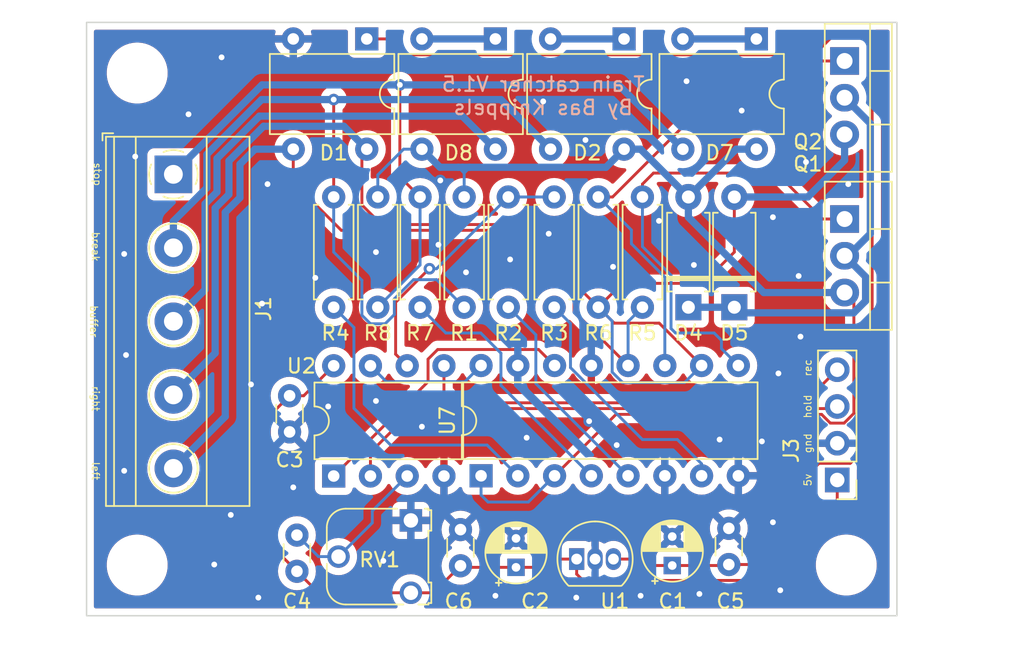
<source format=kicad_pcb>
(kicad_pcb (version 20211014) (generator pcbnew)
  (layers (0 "F.Cu" signal) (31 "B.Cu" signal) (34 "B.Paste" user) (35 "F.Paste" user) (36 "B.SilkS" user "B.Silkscreen") (37 "F.SilkS" user "F.Silkscreen") (38 "B.Mask" user) (39 "F.Mask" user) (44 "Edge.Cuts" user))
  (net 0 "")
  (net 1 "Net-(C1-Pad1)")
  (net 2 "Net-(R3-Pad2)")
  (net 3 "GND")
  (net 4 "Net-(D2-Pad1)")
  (net 5 "Net-(D2-Pad4)")
  (net 6 "+5V")
  (net 7 "Net-(Q1-Pad1)")
  (net 8 "Net-(Q2-Pad1)")
  (net 9 "/breakSpeed")
  (net 10 "/rec")
  (net 11 "/hold")
  (net 12 "/PWM")
  (net 13 "Net-(R4-Pad1)")
  (net 14 "Net-(D7-Pad1)")
  (net 15 "/break")
  (net 16 "/stop")
  (net 17 "/rightMain")
  (net 18 "/breakSection")
  (net 19 "Net-(D4-Pad1)")
  (net 20 "/stopTrack")
  (net 21 "Net-(R2-Pad1)")
  (net 22 "Net-(R7-Pad1)")
  (net 23 "Net-(D8-Pad1)")
  (net 24 "/bufferSection")
  (net 25 "/leftMain")
  (footprint "Diode_THT:Diode_Bridge_DIP-4_W7.62mm_P5.08mm" (layer "F.Cu") (at 118.364 56.642 -90)
    (fp_text reference "D1" (at 7.874 2.286 180) (layer "F.SilkS"))
    (fp_text value "D")
    (pad "1" thru_hole rect locked (at 0 0 270) (size 1.6 1.6) (drill 0.8) (layers *.Cu *.Mask) (net 1 "Net-(C1-Pad1)"))
    (pad "2" thru_hole oval locked (at 0 5.08 270) (size 1.6 1.6) (drill 0.8) (layers *.Cu *.Mask) (net 3 "GND"))
    (pad "3" thru_hole oval locked (at 7.62 5.08 270) (size 1.6 1.6) (drill 0.8) (layers *.Cu *.Mask) (net 25 "/leftMain"))
    (pad "4" thru_hole oval locked (at 7.62 0 270) (size 1.6 1.6) (drill 0.8) (layers *.Cu *.Mask) (net 17 "/rightMain"))
  )
  (footprint "Diode_THT:Diode_Bridge_DIP-4_W7.62mm_P5.08mm" (layer "F.Cu") (at 136.144 56.642 -90)
    (fp_text reference "D2" (at 7.874 2.54) (layer "F.SilkS"))
    (fp_text value "D")
    (pad "1" thru_hole rect locked (at 0 0 270) (size 1.6 1.6) (drill 0.8) (layers *.Cu *.Mask) (net 4 "Net-(D2-Pad1)"))
    (pad "2" thru_hole oval locked (at 0 5.08 270) (size 1.6 1.6) (drill 0.8) (layers *.Cu *.Mask) (net 4 "Net-(D2-Pad1)"))
    (pad "3" thru_hole oval locked (at 7.62 5.08 270) (size 1.6 1.6) (drill 0.8) (layers *.Cu *.Mask) (net 18 "/breakSection"))
    (pad "4" thru_hole oval locked (at 7.62 0 270) (size 1.6 1.6) (drill 0.8) (layers *.Cu *.Mask) (net 5 "Net-(D2-Pad4)"))
  )
  (footprint "Diode_THT:D_A-405_P7.62mm_Horizontal" (layer "F.Cu") (at 140.589 75.184 90)
    (fp_text reference "D4" (at -1.778 0) (layer "F.SilkS"))
    (fp_text value "D_Schottky")
    (pad "1" thru_hole rect locked (at 0 0 90) (size 1.8 1.8) (drill 0.9) (layers *.Cu *.Mask) (net 19 "Net-(D4-Pad1)"))
    (pad "2" thru_hole oval locked (at 7.62 0 90) (size 1.8 1.8) (drill 0.9) (layers *.Cu *.Mask) (net 5 "Net-(D2-Pad4)"))
  )
  (footprint "Diode_THT:D_A-405_P7.62mm_Horizontal" (layer "F.Cu") (at 143.764 75.184 90)
    (fp_text reference "D5" (at -1.778 0 180) (layer "F.SilkS"))
    (fp_text value "D_Schottky")
    (pad "1" thru_hole rect locked (at 0 0 90) (size 1.8 1.8) (drill 0.9) (layers *.Cu *.Mask) (net 19 "Net-(D4-Pad1)"))
    (pad "2" thru_hole oval locked (at 7.62 0 90) (size 1.8 1.8) (drill 0.9) (layers *.Cu *.Mask) (net 17 "/rightMain"))
  )
  (footprint "Resistor_THT:R_Axial_DIN0207_L6.3mm_D2.5mm_P7.62mm_Horizontal" (layer "F.Cu") (at 128.143 75.184 90)
    (fp_text reference "R2" (at -1.778 0 180) (layer "F.SilkS"))
    (fp_text value "R")
    (pad "1" thru_hole circle locked (at 0 0 90) (size 1.6 1.6) (drill 0.8) (layers *.Cu *.Mask) (net 21 "Net-(R2-Pad1)"))
    (pad "2" thru_hole oval locked (at 7.62 0 90) (size 1.6 1.6) (drill 0.8) (layers *.Cu *.Mask) (net 12 "/PWM"))
  )
  (footprint "Resistor_THT:R_Axial_DIN0207_L6.3mm_D2.5mm_P7.62mm_Horizontal" (layer "F.Cu") (at 131.318 67.564 -90)
    (fp_text reference "R3" (at 9.398 0) (layer "F.SilkS"))
    (fp_text value "R")
    (pad "1" thru_hole circle locked (at 0 0 270) (size 1.6 1.6) (drill 0.8) (layers *.Cu *.Mask) (net 12 "/PWM"))
    (pad "2" thru_hole oval locked (at 7.62 0 270) (size 1.6 1.6) (drill 0.8) (layers *.Cu *.Mask) (net 2 "Net-(R3-Pad2)"))
  )
  (footprint "Resistor_THT:R_Axial_DIN0207_L6.3mm_D2.5mm_P7.62mm_Horizontal" (layer "F.Cu") (at 116.078 75.184 90)
    (fp_text reference "R4" (at -1.778 0.127 180) (layer "F.SilkS"))
    (fp_text value "33R")
    (pad "1" thru_hole circle locked (at 0 0 90) (size 1.6 1.6) (drill 0.8) (layers *.Cu *.Mask) (net 13 "Net-(R4-Pad1)"))
    (pad "2" thru_hole oval locked (at 7.62 0 90) (size 1.6 1.6) (drill 0.8) (layers *.Cu *.Mask) (net 18 "/breakSection"))
  )
  (footprint "Resistor_THT:R_Axial_DIN0207_L6.3mm_D2.5mm_P7.62mm_Horizontal" (layer "F.Cu") (at 137.414 75.184 90)
    (fp_text reference "R5" (at -1.778 0) (layer "F.SilkS"))
    (fp_text value "100k")
    (pad "1" thru_hole circle locked (at 0 0 90) (size 1.6 1.6) (drill 0.8) (layers *.Cu *.Mask) (net 25 "/leftMain"))
    (pad "2" thru_hole oval locked (at 7.62 0 90) (size 1.6 1.6) (drill 0.8) (layers *.Cu *.Mask) (net 7 "Net-(Q1-Pad1)"))
  )
  (footprint "Resistor_THT:R_Axial_DIN0207_L6.3mm_D2.5mm_P7.62mm_Horizontal" (layer "F.Cu") (at 134.366 67.564 -90)
    (fp_text reference "R6" (at 9.398 0 180) (layer "F.SilkS"))
    (fp_text value "100k")
    (pad "1" thru_hole circle locked (at 0 0 270) (size 1.6 1.6) (drill 0.8) (layers *.Cu *.Mask) (net 8 "Net-(Q2-Pad1)"))
    (pad "2" thru_hole oval locked (at 7.62 0 270) (size 1.6 1.6) (drill 0.8) (layers *.Cu *.Mask) (net 17 "/rightMain"))
  )
  (footprint "Potentiometer_THT:Potentiometer_Runtron_RM-065_Vertical" (layer "F.Cu") (at 121.412 89.916 -90)
    (fp_text reference "RV1" (at 2.714 2.159 180) (layer "F.SilkS"))
    (fp_text value "R_POT")
    (pad "1" thru_hole rect locked (at 0 0 270) (size 1.55 1.55) (drill 1) (layers *.Cu *.Mask) (net 3 "GND"))
    (pad "2" thru_hole circle locked (at 2.5 5 270) (size 1.55 1.55) (drill 1) (layers *.Cu *.Mask) (net 9 "/breakSpeed"))
    (pad "3" thru_hole circle locked (at 5 0 270) (size 1.55 1.55) (drill 1) (layers *.Cu *.Mask) (net 6 "+5V"))
  )
  (footprint "Package_TO_SOT_THT:TO-92_Inline" (layer "F.Cu") (at 132.869 92.5875)
    (fp_text reference "U1" (at 2.631 2.9125) (layer "F.SilkS"))
    (fp_text value "MC78L05_TO92")
    (pad "1" thru_hole rect locked (at 0 0) (size 1.05 1.5) (drill 0.75) (layers *.Cu *.Mask) (net 6 "+5V"))
    (pad "2" thru_hole oval locked (at 1.27 0) (size 1.05 1.5) (drill 0.75) (layers *.Cu *.Mask) (net 3 "GND"))
    (pad "3" thru_hole oval locked (at 2.54 0) (size 1.05 1.5) (drill 0.75) (layers *.Cu *.Mask) (net 1 "Net-(C1-Pad1)"))
  )
  (footprint "Package_TO_SOT_THT:TO-220-3_Vertical" (layer "F.Cu") (at 151.384 69.088 -90)
    (fp_text reference "Q1" (at -3.81 2.54 180) (layer "F.SilkS"))
    (fp_text value "IRF540N")
    (pad "1" thru_hole rect locked (at 0 0 270) (size 1.905 2) (drill 1.1) (layers *.Cu *.Mask) (net 7 "Net-(Q1-Pad1)"))
    (pad "2" thru_hole oval locked (at 2.54 0 270) (size 1.905 2) (drill 1.1) (layers *.Cu *.Mask) (net 19 "Net-(D4-Pad1)"))
    (pad "3" thru_hole oval locked (at 5.08 0 270) (size 1.905 2) (drill 1.1) (layers *.Cu *.Mask) (net 5 "Net-(D2-Pad4)"))
  )
  (footprint "Package_TO_SOT_THT:TO-220-3_Vertical" (layer "F.Cu") (at 151.384 58.166 -90)
    (fp_text reference "Q2" (at 5.588 2.54) (layer "F.SilkS"))
    (fp_text value "IRF540N")
    (pad "1" thru_hole rect locked (at 0 0 270) (size 1.905 2) (drill 1.1) (layers *.Cu *.Mask) (net 8 "Net-(Q2-Pad1)"))
    (pad "2" thru_hole oval locked (at 2.54 0 270) (size 1.905 2) (drill 1.1) (layers *.Cu *.Mask) (net 19 "Net-(D4-Pad1)"))
    (pad "3" thru_hole oval locked (at 5.08 0 270) (size 1.905 2) (drill 1.1) (layers *.Cu *.Mask) (net 17 "/rightMain"))
  )
  (footprint "Package_DIP:DIP-8_W7.62mm" (layer "F.Cu") (at 116.078 86.848 90)
    (fp_text reference "U2" (at 7.604 -2.2385 180) (layer "F.SilkS"))
    (fp_text value "ATtiny13-20PU")
    (pad "1" thru_hole rect locked (at 0 0 90) (size 1.6 1.6) (drill 0.8) (layers *.Cu *.Mask) (net 16 "/stop"))
    (pad "2" thru_hole oval locked (at 0 2.54 90) (size 1.6 1.6) (drill 0.8) (layers *.Cu *.Mask) (net 11 "/hold"))
    (pad "3" thru_hole oval locked (at 0 5.08 90) (size 1.6 1.6) (drill 0.8) (layers *.Cu *.Mask) (net 9 "/breakSpeed"))
    (pad "4" thru_hole oval locked (at 0 7.62 90) (size 1.6 1.6) (drill 0.8) (layers *.Cu *.Mask) (net 3 "GND"))
    (pad "5" thru_hole oval locked (at 7.62 7.62 90) (size 1.6 1.6) (drill 0.8) (layers *.Cu *.Mask) (net 10 "/rec"))
    (pad "6" thru_hole oval locked (at 7.62 5.08 90) (size 1.6 1.6) (drill 0.8) (layers *.Cu *.Mask) (net 12 "/PWM"))
    (pad "7" thru_hole oval locked (at 7.62 2.54 90) (size 1.6 1.6) (drill 0.8) (layers *.Cu *.Mask) (net 15 "/break"))
    (pad "8" thru_hole oval locked (at 7.62 0 90) (size 1.6 1.6) (drill 0.8) (layers *.Cu *.Mask) (net 6 "+5V"))
  )
  (footprint "Capacitor_THT:C_Disc_D3.0mm_W1.6mm_P2.50mm" (layer "F.Cu") (at 113.538 90.932 -90)
    (fp_text reference "C4" (at 4.572 0 -180) (layer "F.SilkS"))
    (fp_text value "C")
    (pad "1" thru_hole circle locked (at 0 0 270) (size 1.6 1.6) (drill 0.8) (layers *.Cu *.Mask) (net 9 "/breakSpeed"))
    (pad "2" thru_hole circle locked (at 2.5 0 270) (size 1.6 1.6) (drill 0.8) (layers *.Cu *.Mask) (net 6 "+5V"))
  )
  (footprint "Connector_PinHeader_2.54mm:PinHeader_1x04_P2.54mm_Vertical" (layer "F.Cu") (at 150.876 87.122 180)
    (fp_text reference "J3" (at 3.175 2.032 270) (layer "F.SilkS"))
    (fp_text value "Conn_01x04_Male")
    (pad "1" thru_hole rect locked (at 0 0 180) (size 1.7 1.7) (drill 1) (layers *.Cu *.Mask) (net 6 "+5V"))
    (pad "2" thru_hole oval locked (at 0 2.54 180) (size 1.7 1.7) (drill 1) (layers *.Cu *.Mask) (net 3 "GND"))
    (pad "3" thru_hole oval locked (at 0 5.08 180) (size 1.7 1.7) (drill 1) (layers *.Cu *.Mask) (net 11 "/hold"))
    (pad "4" thru_hole oval locked (at 0 7.62 180) (size 1.7 1.7) (drill 1) (layers *.Cu *.Mask) (net 10 "/rec"))
  )
  (footprint "Resistor_THT:R_Axial_DIN0207_L6.3mm_D2.5mm_P7.62mm_Horizontal" (layer "F.Cu") (at 125.095 75.184 90)
    (fp_text reference "R1" (at -1.778 0) (layer "F.SilkS"))
    (fp_text value "4k7")
    (pad "1" thru_hole circle locked (at 0 0 90) (size 1.6 1.6) (drill 0.8) (layers *.Cu *.Mask) (net 18 "/breakSection"))
    (pad "2" thru_hole oval locked (at 7.62 0 90) (size 1.6 1.6) (drill 0.8) (layers *.Cu *.Mask) (net 5 "Net-(D2-Pad4)"))
  )
  (footprint "Capacitor_THT:CP_Radial_D4.0mm_P2.00mm" (layer "F.Cu") (at 139.473 93.032 90)
    (fp_text reference "C1" (at -2.468 0.027 180) (layer "F.SilkS"))
    (fp_text value "CP")
    (pad "1" thru_hole rect locked (at 0 0 90) (size 1.2 1.2) (drill 0.6) (layers *.Cu *.Mask) (net 1 "Net-(C1-Pad1)"))
    (pad "2" thru_hole circle locked (at 2 0 90) (size 1.2 1.2) (drill 0.6) (layers *.Cu *.Mask) (net 3 "GND"))
  )
  (footprint "Diode_THT:Diode_Bridge_DIP-4_W7.62mm_P5.08mm" (layer "F.Cu") (at 145.288 56.642 -90)
    (fp_text reference "D7" (at 7.874 2.54) (layer "F.SilkS"))
    (fp_text value "D")
    (pad "1" thru_hole rect locked (at 0 0 270) (size 1.6 1.6) (drill 0.8) (layers *.Cu *.Mask) (net 14 "Net-(D7-Pad1)"))
    (pad "2" thru_hole oval locked (at 0 5.08 270) (size 1.6 1.6) (drill 0.8) (layers *.Cu *.Mask) (net 14 "Net-(D7-Pad1)"))
    (pad "3" thru_hole oval locked (at 7.62 5.08 270) (size 1.6 1.6) (drill 0.8) (layers *.Cu *.Mask) (net 20 "/stopTrack"))
    (pad "4" thru_hole oval locked (at 7.62 0 270) (size 1.6 1.6) (drill 0.8) (layers *.Cu *.Mask) (net 5 "Net-(D2-Pad4)"))
  )
  (footprint "Resistor_THT:R_Axial_DIN0207_L6.3mm_D2.5mm_P7.62mm_Horizontal" (layer "F.Cu") (at 122.047 75.184 90)
    (fp_text reference "R7" (at -1.778 0 180) (layer "F.SilkS"))
    (fp_text value "33R")
    (pad "1" thru_hole circle locked (at 0 0 90) (size 1.6 1.6) (drill 0.8) (layers *.Cu *.Mask) (net 22 "Net-(R7-Pad1)"))
    (pad "2" thru_hole oval locked (at 7.62 0 90) (size 1.6 1.6) (drill 0.8) (layers *.Cu *.Mask) (net 20 "/stopTrack"))
  )
  (footprint "Resistor_THT:R_Axial_DIN0207_L6.3mm_D2.5mm_P7.62mm_Horizontal" (layer "F.Cu") (at 119.126 75.184 90)
    (fp_text reference "R8" (at -1.778 0) (layer "F.SilkS"))
    (fp_text value "4k7")
    (pad "1" thru_hole circle locked (at 0 0 90) (size 1.6 1.6) (drill 0.8) (layers *.Cu *.Mask) (net 20 "/stopTrack"))
    (pad "2" thru_hole oval locked (at 7.62 0 90) (size 1.6 1.6) (drill 0.8) (layers *.Cu *.Mask) (net 5 "Net-(D2-Pad4)"))
  )
  (footprint "Capacitor_THT:CP_Radial_D4.0mm_P2.00mm" (layer "F.Cu") (at 128.678 93.159 90)
    (fp_text reference "C2" (at -2.341 1.322 180) (layer "F.SilkS"))
    (fp_text value "CP")
    (pad "1" thru_hole rect locked (at 0 0 90) (size 1.2 1.2) (drill 0.6) (layers *.Cu *.Mask) (net 6 "+5V"))
    (pad "2" thru_hole circle locked (at 2 0 90) (size 1.2 1.2) (drill 0.6) (layers *.Cu *.Mask) (net 3 "GND"))
  )
  (footprint "Capacitor_THT:C_Disc_D3.0mm_W1.6mm_P2.50mm" (layer "F.Cu") (at 124.841 90.551 -90)
    (fp_text reference "C6" (at 4.949 0.127 180) (layer "F.SilkS"))
    (fp_text value "C")
    (pad "1" thru_hole circle locked (at 0 0 270) (size 1.6 1.6) (drill 0.8) (layers *.Cu *.Mask) (net 3 "GND"))
    (pad "2" thru_hole circle locked (at 2.5 0 270) (size 1.6 1.6) (drill 0.8) (layers *.Cu *.Mask) (net 6 "+5V"))
  )
  (footprint "Capacitor_THT:C_Disc_D3.0mm_W1.6mm_P2.50mm" (layer "F.Cu") (at 143.383 90.464 -90)
    (fp_text reference "C5" (at 5.036 -0.117) (layer "F.SilkS"))
    (fp_text value "C")
    (pad "1" thru_hole circle locked (at 0 0 270) (size 1.6 1.6) (drill 0.8) (layers *.Cu *.Mask) (net 3 "GND"))
    (pad "2" thru_hole circle locked (at 2.5 0 270) (size 1.6 1.6) (drill 0.8) (layers *.Cu *.Mask) (net 1 "Net-(C1-Pad1)"))
  )
  (footprint "MountingHole:MountingHole_3.2mm_M3" (layer "F.Cu") (at 102.5 93)
    (fp_text reference "REF**")
    (fp_text value "MountingHole_3.2mm_M3")
    (pad "" np_thru_hole circle locked (at 0 0) (size 3.2 3.2) (drill 3.2) (layers *.Cu *.Mask))
  )
  (footprint "MountingHole:MountingHole_3.2mm_M3" (layer "F.Cu") (at 151.5 93)
    (fp_text reference "REF**")
    (fp_text value "MountingHole_3.2mm_M3")
    (pad "" np_thru_hole circle locked (at 0 0) (size 3.2 3.2) (drill 3.2) (layers *.Cu *.Mask))
  )
  (footprint "MountingHole:MountingHole_3.2mm_M3" (layer "F.Cu") (at 102.5 59)
    (fp_text reference "REF**")
    (fp_text value "MountingHole_3.2mm_M3")
    (pad "" np_thru_hole circle locked (at 0 0) (size 3.2 3.2) (drill 3.2) (layers *.Cu *.Mask))
  )
  (footprint "Capacitor_THT:C_Disc_D3.0mm_W1.6mm_P2.50mm" (layer "F.Cu") (at 113.03 81.3 -90)
    (fp_text reference "C3" (at 4.425 0 180) (layer "F.SilkS"))
    (fp_text value "C")
    (pad "1" thru_hole circle locked (at 0 0 270) (size 1.6 1.6) (drill 0.8) (layers *.Cu *.Mask) (net 6 "+5V"))
    (pad "2" thru_hole circle locked (at 2.5 0 270) (size 1.6 1.6) (drill 0.8) (layers *.Cu *.Mask) (net 3 "GND"))
  )
  (footprint "Package_DIP:DIP-16_W7.62mm" (layer "F.Cu") (at 126.262 86.832 90)
    (fp_text reference "U7" (at 3.81 -2.33 90) (layer "F.SilkS"))
    (fp_text value "LTV-847")
    (pad "1" thru_hole rect locked (at 0 0 90) (size 1.6 1.6) (drill 0.8) (layers *.Cu *.Mask) (net 5 "Net-(D2-Pad4)"))
    (pad "2" thru_hole oval locked (at 0 2.54 90) (size 1.6 1.6) (drill 0.8) (layers *.Cu *.Mask) (net 13 "Net-(R4-Pad1)"))
    (pad "3" thru_hole oval locked (at 0 5.08 90) (size 1.6 1.6) (drill 0.8) (layers *.Cu *.Mask) (net 5 "Net-(D2-Pad4)"))
    (pad "4" thru_hole oval locked (at 0 7.62 90) (size 1.6 1.6) (drill 0.8) (layers *.Cu *.Mask) (net 22 "Net-(R7-Pad1)"))
    (pad "5" thru_hole oval locked (at 0 10.16 90) (size 1.6 1.6) (drill 0.8) (layers *.Cu *.Mask) (net 21 "Net-(R2-Pad1)"))
    (pad "6" thru_hole oval locked (at 0 12.7 90) (size 1.6 1.6) (drill 0.8) (layers *.Cu *.Mask) (net 3 "GND"))
    (pad "7" thru_hole oval locked (at 0 15.24 90) (size 1.6 1.6) (drill 0.8) (layers *.Cu *.Mask) (net 2 "Net-(R3-Pad2)"))
    (pad "8" thru_hole oval locked (at 0 17.78 90) (size 1.6 1.6) (drill 0.8) (layers *.Cu *.Mask) (net 3 "GND"))
    (pad "9" thru_hole oval locked (at 7.62 17.78 90) (size 1.6 1.6) (drill 0.8) (layers *.Cu *.Mask) (net 7 "Net-(Q1-Pad1)"))
    (pad "10" thru_hole oval locked (at 7.62 15.24 90) (size 1.6 1.6) (drill 0.8) (layers *.Cu *.Mask) (net 17 "/rightMain"))
    (pad "11" thru_hole oval locked (at 7.62 12.7 90) (size 1.6 1.6) (drill 0.8) (layers *.Cu *.Mask) (net 8 "Net-(Q2-Pad1)"))
    (pad "12" thru_hole oval locked (at 7.62 10.16 90) (size 1.6 1.6) (drill 0.8) (layers *.Cu *.Mask) (net 25 "/leftMain"))
    (pad "13" thru_hole oval locked (at 7.62 7.62 90) (size 1.6 1.6) (drill 0.8) (layers *.Cu *.Mask) (net 3 "GND"))
    (pad "14" thru_hole oval locked (at 7.62 5.08 90) (size 1.6 1.6) (drill 0.8) (layers *.Cu *.Mask) (net 16 "/stop"))
    (pad "15" thru_hole oval locked (at 7.62 2.54 90) (size 1.6 1.6) (drill 0.8) (layers *.Cu *.Mask) (net 3 "GND"))
    (pad "16" thru_hole oval locked (at 7.62 0 90) (size 1.6 1.6) (drill 0.8) (layers *.Cu *.Mask) (net 15 "/break"))
  )
  (footprint "TerminalBlock_Phoenix:TerminalBlock_Phoenix_MKDS-1,5-5-5.08_1x05_P5.08mm_Horizontal" (layer "F.Cu") (at 105 66 -90)
    (fp_text reference "J1" (at 9.287 -6.236 90) (layer "F.SilkS"))
    (fp_text value "break")
    (pad "1" thru_hole rect (at 0 0 270) (size 2.6 2.6) (drill 1.3) (layers *.Cu *.Mask) (net 20 "/stopTrack"))
    (pad "2" thru_hole circle (at 5.08 0 270) (size 2.6 2.6) (drill 1.3) (layers *.Cu *.Mask) (net 18 "/breakSection"))
    (pad "3" thru_hole circle (at 10.16 0 270) (size 2.6 2.6) (drill 1.3) (layers *.Cu *.Mask) (net 24 "/bufferSection"))
    (pad "4" thru_hole circle (at 15.24 0 270) (size 2.6 2.6) (drill 1.3) (layers *.Cu *.Mask) (net 17 "/rightMain"))
    (pad "5" thru_hole circle (at 20.32 0 270) (size 2.6 2.6) (drill 1.3) (layers *.Cu *.Mask) (net 25 "/leftMain"))
  )
  (footprint "Diode_THT:Diode_Bridge_DIP-4_W7.62mm_P5.08mm" (layer "F.Cu") (at 127.254 56.642 -90)
    (fp_text reference "D8" (at 7.874 2.54 180) (layer "F.SilkS"))
    (fp_text value "D")
    (pad "1" thru_hole rect (at 0 0 270) (size 1.6 1.6) (drill 0.8) (layers *.Cu *.Mask) (net 23 "Net-(D8-Pad1)"))
    (pad "2" thru_hole oval (at 0 5.08 270) (size 1.6 1.6) (drill 0.8) (layers *.Cu *.Mask) (net 23 "Net-(D8-Pad1)"))
    (pad "3" thru_hole oval (at 7.62 5.08 270) (size 1.6 1.6) (drill 0.8) (layers *.Cu *.Mask) (net 5 "Net-(D2-Pad4)"))
    (pad "4" thru_hole oval (at 7.62 0 270) (size 1.6 1.6) (drill 0.8) (layers *.Cu *.Mask) (net 24 "/bufferSection"))
  )
  (gr_rect (start 99 96.5) (end 155 55.5) (layer "Edge.Cuts") (width 0.1) (fill none))
  (gr_text "Train catcher V1.5\nBy Bas Knippels" (at 130.556 60.579) (layer "B.SilkS") (effects (font (size 1 1)) (justify mirror)))
  (gr_text "stop" (at 99.751 66 270) (layer "F.SilkS") (effects (font (size 0.5 0.5) (thickness 0.075))))
  (gr_text "break" (at 99.624 71 270) (layer "F.SilkS") (effects (font (size 0.5 0.5) (thickness 0.075))))
  (gr_text "left" (at 99.624 86.5 270) (layer "F.SilkS") (effects (font (size 0.5 0.5) (thickness 0.075))))
  (gr_text "gnd\n" (at 148.844 84.582 90) (layer "F.SilkS") (effects (font (size 0.5 0.5) (thickness 0.075))))
  (gr_text "5v" (at 148.844 87.122 90) (layer "F.SilkS") (effects (font (size 0.5 0.5) (thickness 0.075))))
  (gr_text "buffer" (at 99.5 76.16 270) (layer "F.SilkS") (effects (font (size 0.5 0.5) (thickness 0.075))))
  (gr_text "hold" (at 148.844 82.042 90) (layer "F.SilkS") (effects (font (size 0.5 0.5) (thickness 0.075))))
  (gr_text "rec" (at 148.844 79.375 90) (layer "F.SilkS") (effects (font (size 0.5 0.5) (thickness 0.075))))
  (gr_text "right" (at 99.624 81.5 270) (layer "F.SilkS") (effects (font (size 0.5 0.5) (thickness 0.075))))
  (segment (start 137.863 93.032) (end 139.473 93.032) (width 0.2) (layer "F.Cu") (net 1))
  (segment (start 119.761 56.642) (end 120.860511 57.741511) (width 0.2) (layer "F.Cu") (net 1))
  (segment (start 143.315 93.032) (end 143.383 92.964) (width 0.2) (layer "F.Cu") (net 1))
  (segment (start 149.612511 85.972489) (end 148.971 86.614) (width 0.2) (layer "F.Cu") (net 1))
  (segment (start 153.289 56.896) (end 153.289 84.455) (width 0.2) (layer "F.Cu") (net 1))
  (segment (start 118.364 56.642) (end 119.761 56.642) (width 0.2) (layer "F.Cu") (net 1))
  (segment (start 120.860511 57.741511) (end 149.268489 57.741511) (width 0.2) (layer "F.Cu") (net 1))
  (segment (start 148.971 90.551) (end 146.558 92.964) (width 0.2) (layer "F.Cu") (net 1))
  (segment (start 149.268489 57.741511) (end 150.495 56.515) (width 0.2) (layer "F.Cu") (net 1))
  (segment (start 146.558 92.964) (end 143.383 92.964) (width 0.2) (layer "F.Cu") (net 1))
  (segment (start 152.908 56.515) (end 153.289 56.896) (width 0.2) (layer "F.Cu") (net 1))
  (segment (start 139.473 93.032) (end 143.315 93.032) (width 0.2) (layer "F.Cu") (net 1))
  (segment (start 153.289 84.455) (end 151.771511 85.972489) (width 0.2) (layer "F.Cu") (net 1))
  (segment (start 137.4185 92.5875) (end 137.863 93.032) (width 0.2) (layer "F.Cu") (net 1))
  (segment (start 135.409 92.5875) (end 137.4185 92.5875) (width 0.2) (layer "F.Cu") (net 1))
  (segment (start 150.495 56.515) (end 152.908 56.515) (width 0.2) (layer "F.Cu") (net 1))
  (segment (start 151.771511 85.972489) (end 149.612511 85.972489) (width 0.2) (layer "F.Cu") (net 1))
  (segment (start 148.971 86.614) (end 148.971 90.551) (width 0.2) (layer "F.Cu") (net 1))
  (segment (start 137.414 84.328) (end 139.827 84.328) (width 0.2) (layer "B.Cu") (net 2))
  (segment (start 132.441511 76.307511) (end 132.441511 79.355511) (width 0.2) (layer "B.Cu") (net 2))
  (segment (start 132.441511 79.355511) (end 137.414 84.328) (width 0.2) (layer "B.Cu") (net 2))
  (segment (start 131.318 75.184) (end 132.441511 76.307511) (width 0.2) (layer "B.Cu") (net 2))
  (segment (start 141.502 86.003) (end 141.502 86.832) (width 0.2) (layer "B.Cu") (net 2))
  (segment (start 139.827 84.328) (end 141.502 86.003) (width 0.2) (layer "B.Cu") (net 2))
  (via (at 122.174 83.439) (size 0.8) (drill 0.4) (layers "F.Cu" "B.Cu") (net 3))
  (via (at 137.287 95.123) (size 0.8) (drill 0.4) (layers "F.Cu" "B.Cu") (net 3))
  (via (at 146.431 68.961) (size 0.8) (drill 0.4) (layers "F.Cu" "B.Cu") (net 3))
  (via (at 146.812 79.756) (size 0.8) (drill 0.4) (layers "F.Cu" "B.Cu") (net 3))
  (via (at 148.336 77.216) (size 0.8) (drill 0.4) (layers "F.Cu" "B.Cu") (net 3))
  (via (at 133.731 83.058) (size 0.8) (drill 0.4) (layers "F.Cu" "B.Cu") (net 3))
  (via (at 138.557 69.215) (size 0.8) (drill 0.4) (layers "F.Cu" "B.Cu") (net 3))
  (via (at 130.937 70.104) (size 0.8) (drill 0.4) (layers "F.Cu" "B.Cu") (net 3))
  (via (at 101.727 78.486) (size 0.8) (drill 0.4) (layers "F.Cu" "B.Cu") (net 3))
  (via (at 125.222 72.771) (size 0.8) (drill 0.4) (layers "F.Cu" "B.Cu") (net 3))
  (via (at 101.6 71.501) (size 0.8) (drill 0.4) (layers "F.Cu" "B.Cu") (net 3))
  (via (at 129.413 84.201) (size 0.8) (drill 0.4) (layers "F.Cu" "B.Cu") (net 3))
  (via (at 110.363 80.518) (size 0.8) (drill 0.4) (layers "F.Cu" "B.Cu") (net 3))
  (via (at 135.382 72.39) (size 0.8) (drill 0.4) (layers "F.Cu" "B.Cu") (net 3))
  (via (at 114.808 73.152) (size 0.8) (drill 0.4) (layers "F.Cu" "B.Cu") (net 3))
  (via (at 146.939 94.742) (size 0.8) (drill 0.4) (layers "F.Cu" "B.Cu") (net 3))
  (via (at 127.254 95.123) (size 0.8) (drill 0.4) (layers "F.Cu" "B.Cu") (net 3))
  (via (at 123.444 66.421) (size 0.8) (drill 0.4) (layers "F.Cu" "B.Cu") (net 3))
  (via (at 142.748 84.328) (size 0.8) (drill 0.4) (layers "F.Cu" "B.Cu") (net 3))
  (via (at 118.999 71.374) (size 0.8) (drill 0.4) (layers "F.Cu" "B.Cu") (net 3))
  (via (at 108.966 89.535) (size 0.8) (drill 0.4) (layers "F.Cu" "B.Cu") (net 3))
  (via (at 145.669 84.455) (size 0.8) (drill 0.4) (layers "F.Cu" "B.Cu") (net 3))
  (via (at 135.636 84.709) (size 0.8) (drill 0.4) (layers "F.Cu" "B.Cu") (net 3))
  (via (at 111.506 66.675) (size 0.8) (drill 0.4) (layers "F.Cu" "B.Cu") (net 3))
  (via (at 132.842 95.25) (size 0.8) (drill 0.4) (layers "F.Cu" "B.Cu") (net 3))
  (via (at 110.871 95.25) (size 0.8) (drill 0.4) (layers "F.Cu" "B.Cu") (net 3))
  (via (at 141.351 94.996) (size 0.8) (drill 0.4) (layers "F.Cu" "B.Cu") (net 3))
  (via (at 106.045 61.849) (size 0.8) (drill 0.4) (layers "F.Cu" "B.Cu") (net 3))
  (via (at 130.556 60.96) (size 0.8) (drill 0.4) (layers "F.Cu" "B.Cu") (net 3))
  (via (at 119.507 92.71) (size 0.8) (drill 0.4) (layers "F.Cu" "B.Cu") (net 3))
  (via (at 128.27 71.882) (size 0.8) (drill 0.4) (layers "F.Cu" "B.Cu") (net 3))
  (via (at 148.209 73.025) (size 0.8) (drill 0.4) (layers "F.Cu" "B.Cu") (net 3))
  (via (at 123.317 70.866) (size 0.8) (drill 0.4) (layers "F.Cu" "B.Cu") (net 3))
  (via (at 148.717 65.151) (size 0.8) (drill 0.4) (layers "F.Cu" "B.Cu") (net 3))
  (via (at 102.362 64.77) (size 0.8) (drill 0.4) (layers "F.Cu" "B.Cu") (net 3))
  (via (at 113.284 87.63) (size 0.8) (drill 0.4) (layers "F.Cu" "B.Cu") (net 3))
  (via (at 140.462 59.563) (size 0.8) (drill 0.4) (layers "F.Cu" "B.Cu") (net 3))
  (via (at 151.638 66.675) (size 0.8) (drill 0.4) (layers "F.Cu" "B.Cu") (net 3))
  (via (at 118.999 81.661) (size 0.8) (drill 0.4) (layers "F.Cu" "B.Cu") (net 3))
  (via (at 107.823 92.964) (size 0.8) (drill 0.4) (layers "F.Cu" "B.Cu") (net 3))
  (via (at 108.331 57.912) (size 0.8) (drill 0.4) (layers "F.Cu" "B.Cu") (net 3))
  (via (at 111.125 74.93) (size 0.8) (drill 0.4) (layers "F.Cu" "B.Cu") (net 3))
  (via (at 146.431 90.043) (size 0.8) (drill 0.4) (layers "F.Cu" "B.Cu") (net 3))
  (via (at 101.6 86.487) (size 0.8) (drill 0.4) (layers "F.Cu" "B.Cu") (net 3))
  (via (at 133.477 63.627) (size 0.8) (drill 0.4) (layers "F.Cu" "B.Cu") (net 3))
  (via (at 144.272 61.595) (size 0.8) (drill 0.4) (layers "F.Cu" "B.Cu") (net 3))
  (via (at 115.697 82.042) (size 0.8) (drill 0.4) (layers "F.Cu" "B.Cu") (net 3))
  (via (at 140.97 72.263) (size 0.8) (drill 0.4) (layers "F.Cu" "B.Cu") (net 3))
  (segment (start 136.144 56.642) (end 131.064 56.642) (width 0.5) (layer "B.Cu") (net 4))
  (segment (start 152.025511 82.518144) (end 152.025511 74.809511) (width 0.2) (layer "F.Cu") (net 5))
  (segment (start 150.399856 83.191511) (end 151.352144 83.191511) (width 0.2) (layer "F.Cu") (net 5))
  (segment (start 149.795385 82.58704) (end 150.399856 83.191511) (width 0.2) (layer "F.Cu") (net 5))
  (segment (start 131.342 86.832) (end 135.58696 82.58704) (width 0.2) (layer "F.Cu") (net 5))
  (segment (start 152.025511 74.809511) (end 151.384 74.168) (width 0.2) (layer "F.Cu") (net 5))
  (segment (start 151.352144 83.191511) (end 152.025511 82.518144) (width 0.2) (layer "F.Cu") (net 5))
  (segment (start 135.58696 82.58704) (end 149.795385 82.58704) (width 0.2) (layer "F.Cu") (net 5))
  (segment (start 129.528 88.646) (end 126.746 88.646) (width 0.2) (layer "B.Cu") (net 5))
  (segment (start 137.287 64.262) (end 136.144 64.262) (width 0.5) (layer "B.Cu") (net 5))
  (segment (start 125.095 65.913) (end 125.095 65.618022) (width 0.2) (layer "B.Cu") (net 5))
  (segment (start 151.384 74.168) (end 145.796 74.168) (width 0.5) (layer "B.Cu") (net 5))
  (segment (start 125.095 65.913) (end 125.455511 65.552489) (width 0.2) (layer "B.Cu") (net 5))
  (segment (start 125.455511 65.552489) (end 125.455511 65.511511) (width 0.2) (layer "B.Cu") (net 5))
  (segment (start 126.746 88.646) (end 126.262 88.162) (width 0.2) (layer "B.Cu") (net 5))
  (segment (start 131.342 86.832) (end 129.528 88.646) (width 0.2) (layer "B.Cu") (net 5))
  (segment (start 140.589 68.961) (end 140.589 67.564) (width 0.5) (layer "B.Cu") (net 5))
  (segment (start 145.796 74.168) (end 140.589 68.961) (width 0.5) (layer "B.Cu") (net 5))
  (segment (start 119.126 67.564) (end 119.126 66.04) (width 0.2) (layer "B.Cu") (net 5))
  (segment (start 123.423511 65.511511) (end 124.693511 65.511511) (width 0.5) (layer "B.Cu") (net 5))
  (segment (start 124.693511 65.511511) (end 124.988489 65.511511) (width 0.5) (layer "B.Cu") (net 5))
  (segment (start 120.904 64.262) (end 122.174 64.262) (width 0.2) (layer "B.Cu") (net 5))
  (segment (start 122.174 64.262) (end 123.423511 65.511511) (width 0.5) (layer "B.Cu") (net 5))
  (segment (start 126.262 88.162) (end 126.262 86.832) (width 0.2) (layer "B.Cu") (net 5))
  (segment (start 125.095 65.913) (end 124.693511 65.511511) (width 0.2) (layer "B.Cu") (net 5))
  (segment (start 143.891 64.262) (end 140.589 67.564) (width 0.5) (layer "B.Cu") (net 5))
  (segment (start 124.988489 65.511511) (end 125.455511 65.511511) (width 0.5) (layer "B.Cu") (net 5))
  (segment (start 119.126 66.04) (end 120.904 64.262) (width 0.2) (layer "B.Cu") (net 5))
  (segment (start 140.589 67.564) (end 137.287 64.262) (width 0.5) (layer "B.Cu") (net 5))
  (segment (start 125.095 65.618022) (end 124.988489 65.511511) (width 0.2) (layer "B.Cu") (net 5))
  (segment (start 145.288 64.262) (end 143.891 64.262) (width 0.5) (layer "B.Cu") (net 5))
  (segment (start 134.894489 65.511511) (end 136.144 64.262) (width 0.5) (layer "B.Cu") (net 5))
  (segment (start 125.455511 65.511511) (end 134.894489 65.511511) (width 0.5) (layer "B.Cu") (net 5))
  (segment (start 125.095 67.564) (end 125.095 65.913) (width 0.2) (layer "B.Cu") (net 5))
  (segment (start 130.5515 92.5875) (end 129.98 93.159) (width 0.2) (layer "F.Cu") (net 6))
  (segment (start 150.876 89.408) (end 146.220489 94.063511) (width 0.2) (layer "F.Cu") (net 6))
  (segment (start 115.022 94.916) (end 113.538 93.432) (width 0.2) (layer "F.Cu") (net 6))
  (segment (start 129.98 93.159) (end 128.678 93.159) (width 0.2) (layer "F.Cu") (net 6))
  (segment (start 150.876 87.122) (end 150.876 89.408) (width 0.2) (layer "F.Cu") (net 6))
  (segment (start 122.976 94.916) (end 124.841 93.051) (width 0.2) (layer "F.Cu") (net 6))
  (segment (start 121.412 94.916) (end 122.976 94.916) (width 0.2) (layer "F.Cu") (net 6))
  (segment (start 114.006 81.3) (end 113.03 81.3) (width 0.2) (layer "F.Cu") (net 6))
  (segment (start 113.03 81.3) (end 111.633 82.697) (width 0.2) (layer "F.Cu") (net 6))
  (segment (start 132.869 93.626) (end 132.869 92.5875) (width 0.2) (layer "F.Cu") (net 6))
  (segment (start 128.678 93.159) (end 124.949 93.159) (width 0.2) (layer "F.Cu") (net 6))
  (segment (start 146.220489 94.063511) (end 133.306511 94.063511) (width 0.2) (layer "F.Cu") (net 6))
  (segment (start 121.412 94.916) (end 115.022 94.916) (width 0.2) (layer "F.Cu") (net 6))
  (segment (start 132.869 92.5875) (end 130.5515 92.5875) (width 0.2) (layer "F.Cu") (net 6))
  (segment (start 111.633 82.697) (end 111.633 91.527) (width 0.2) (layer "F.Cu") (net 6))
  (segment (start 116.078 79.228) (end 114.006 81.3) (width 0.2) (layer "F.Cu") (net 6))
  (segment (start 111.633 91.527) (end 113.538 93.432) (width 0.2) (layer "F.Cu") (net 6))
  (segment (start 133.306511 94.063511) (end 132.869 93.626) (width 0.2) (layer "F.Cu") (net 6))
  (segment (start 124.949 93.159) (end 124.841 93.051) (width 0.2) (layer "F.Cu") (net 6))
  (segment (start 149.86 69.088) (end 146.685 65.913) (width 0.2) (layer "F.Cu") (net 7))
  (segment (start 151.384 69.088) (end 149.86 69.088) (width 0.2) (layer "F.Cu") (net 7))
  (segment (start 146.685 65.913) (end 138.176 65.913) (width 0.2) (layer "F.Cu") (net 7))
  (segment (start 138.176 65.913) (end 137.414 66.675) (width 0.2) (layer "F.Cu") (net 7))
  (segment (start 137.414 66.675) (end 137.414 67.564) (width 0.2) (layer "F.Cu") (net 7))
  (segment (start 139.389489 72.968489) (end 137.414 70.993) (width 0.2) (layer "B.Cu") (net 7))
  (segment (start 142.367 76.962) (end 139.7 76.962) (width 0.2) (layer "B.Cu") (net 7))
  (segment (start 137.414 70.993) (end 137.414 67.564) (width 0.2) (layer "B.Cu") (net 7))
  (segment (start 139.389489 76.651489) (end 139.389489 72.968489) (width 0.2) (layer "B.Cu") (net 7))
  (segment (start 142.875 78.045) (end 142.875 77.47) (width 0.2) (layer "B.Cu") (net 7))
  (segment (start 139.7 76.962) (end 139.389489 76.651489) (width 0.2) (layer "B.Cu") (net 7))
  (segment (start 142.875 77.47) (end 142.367 76.962) (width 0.2) (layer "B.Cu") (net 7))
  (segment (start 144.042 79.212) (end 142.875 78.045) (width 0.2) (layer "B.Cu") (net 7))
  (segment (start 135.351056 67.564) (end 134.366 67.564) (width 0.2) (layer "F.Cu") (net 8))
  (segment (start 144.749056 58.166) (end 135.351056 67.564) (width 0.2) (layer "F.Cu") (net 8))
  (segment (start 151.384 58.166) (end 144.749056 58.166) (width 0.2) (layer "F.Cu") (net 8))
  (segment (start 136.652 70.796006) (end 136.652 69.85) (width 0.2) (layer "B.Cu") (net 8))
  (segment (start 136.652 69.85) (end 134.366 67.564) (width 0.2) (layer "B.Cu") (net 8))
  (segment (start 138.962 73.106006) (end 136.652 70.796006) (width 0.2) (layer "B.Cu") (net 8))
  (segment (start 138.962 79.212) (end 138.962 73.106006) (width 0.2) (layer "B.Cu") (net 8))
  (segment (start 115.022 92.416) (end 113.538 90.932) (width 0.2) (layer "B.Cu") (net 9))
  (segment (start 121.158 86.848) (end 118.745 89.261) (width 0.2) (layer "B.Cu") (net 9))
  (segment (start 118.745 89.261) (end 118.745 90.083) (width 0.2) (layer "B.Cu") (net 9))
  (segment (start 118.745 90.083) (end 116.412 92.416) (width 0.2) (layer "B.Cu") (net 9))
  (segment (start 116.412 92.416) (end 115.022 92.416) (width 0.2) (layer "B.Cu") (net 9))
  (segment (start 148.59 81.788) (end 124.46 81.788) (width 0.2) (layer "F.Cu") (net 10))
  (segment (start 124.46 81.788) (end 123.698 81.026) (width 0.2) (layer "F.Cu") (net 10))
  (segment (start 150.876 79.502) (end 148.59 81.788) (width 0.2) (layer "F.Cu") (net 10))
  (segment (start 123.698 81.026) (end 123.698 79.228) (width 0.2) (layer "F.Cu") (net 10))
  (segment (start 121.64748 82.18752) (end 118.618 85.217) (width 0.2) (layer "F.Cu") (net 11))
  (segment (start 150.876 82.042) (end 150.73048 82.18752) (width 0.2) (layer "F.Cu") (net 11))
  (segment (start 118.618 85.217) (end 118.618 86.848) (width 0.2) (layer "F.Cu") (net 11))
  (segment (start 150.73048 82.18752) (end 121.64748 82.18752) (width 0.2) (layer "F.Cu") (net 11))
  (segment (start 121.158 79.228) (end 120.358001 78.428001) (width 0.2) (layer "F.Cu") (net 12))
  (segment (start 120.358001 74.840999) (end 122.676212 72.522788) (width 0.2) (layer "F.Cu") (net 12))
  (segment (start 120.358001 78.428001) (end 120.358001 74.840999) (width 0.2) (layer "F.Cu") (net 12))
  (segment (start 122.676212 72.522788) (end 122.69647 72.522788) (width 0.2) (layer "F.Cu") (net 12))
  (via (at 122.69647 72.522788) (size 0.8) (drill 0.4) (layers "F.Cu" "B.Cu") (net 12))
  (segment (start 131.318 67.564) (end 128.143 67.564) (width 0.2) (layer "B.Cu") (net 12))
  (segment (start 123.184212 72.522788) (end 122.69647 72.522788) (width 0.2) (layer "B.Cu") (net 12))
  (segment (start 128.143 67.564) (end 123.184212 72.522788) (width 0.2) (layer "B.Cu") (net 12))
  (segment (start 117.475 82.169) (end 120.015 84.709) (width 0.2) (layer "B.Cu") (net 13))
  (segment (start 126.679 84.709) (end 128.802 86.832) (width 0.2) (layer "B.Cu") (net 13))
  (segment (start 116.078 75.184) (end 117.475 76.581) (width 0.2) (layer "B.Cu") (net 13))
  (segment (start 117.475 76.581) (end 117.475 82.169) (width 0.2) (layer "B.Cu") (net 13))
  (segment (start 120.015 84.709) (end 126.679 84.709) (width 0.2) (layer "B.Cu") (net 13))
  (segment (start 140.208 56.642) (end 145.288 56.642) (width 0.5) (layer "B.Cu") (net 14))
  (segment (start 125.146489 80.327511) (end 126.262 79.212) (width 0.2) (layer "B.Cu") (net 15))
  (segment (start 119.717511 80.327511) (end 125.146489 80.327511) (width 0.2) (layer "B.Cu") (net 15))
  (segment (start 118.618 79.228) (end 119.717511 80.327511) (width 0.2) (layer "B.Cu") (net 15))
  (segment (start 122.598489 78.772567) (end 123.266056 78.105) (width 0.2) (layer "F.Cu") (net 16))
  (segment (start 123.266056 78.105) (end 130.235 78.105) (width 0.2) (layer "F.Cu") (net 16))
  (segment (start 122.598489 80.327511) (end 122.598489 78.772567) (width 0.2) (layer "F.Cu") (net 16))
  (segment (start 116.078 86.848) (end 122.598489 80.327511) (width 0.2) (layer "F.Cu") (net 16))
  (segment (start 130.235 78.105) (end 131.342 79.212) (width 0.2) (layer "F.Cu") (net 16))
  (segment (start 118.026489 64.599511) (end 118.364 64.262) (width 0.2) (layer "F.Cu") (net 17))
  (segment (start 141.502 79.212) (end 138.573511 76.283511) (width 0.2) (layer "F.Cu") (net 17))
  (segment (start 134.366 75.184) (end 128.651 69.469) (width 0.2) (layer "F.Cu") (net 17))
  (segment (start 136.017 73.533) (end 141.605 73.533) (width 0.2) (layer "F.Cu") (net 17))
  (segment (start 119.38 69.469) (end 118.026489 68.115489) (width 0.2) (layer "F.Cu") (net 17))
  (segment (start 138.573511 76.283511) (end 135.465511 76.283511) (width 0.2) (layer "F.Cu") (net 17))
  (segment (start 135.465511 76.283511) (end 134.366 75.184) (width 0.2) (layer "F.Cu") (net 17))
  (segment (start 143.764 71.374) (end 143.764 67.564) (width 0.2) (layer "F.Cu") (net 17))
  (segment (start 134.366 75.184) (end 136.017 73.533) (width 0.2) (layer "F.Cu") (net 17))
  (segment (start 118.026489 68.115489) (end 118.026489 64.599511) (width 0.2) (layer "F.Cu") (net 17))
  (segment (start 141.605 73.533) (end 143.764 71.374) (width 0.2) (layer "F.Cu") (net 17))
  (segment (start 128.651 69.469) (end 119.38 69.469) (width 0.2) (layer "F.Cu") (net 17))
  (segment (start 135.322489 79.667433) (end 136.046056 80.391) (width 0.2) (layer "B.Cu") (net 17))
  (segment (start 148.844 67.564) (end 151.384 65.024) (width 0.5) (layer "B.Cu") (net 17))
  (segment (start 107.887519 68.332544) (end 108.839 67.381064) (width 0.5) (layer "B.Cu") (net 17))
  (segment (start 107.887519 78.352481) (end 107.887519 68.332544) (width 0.5) (layer "B.Cu") (net 17))
  (segment (start 136.046056 80.391) (end 139.827 80.391) (width 0.2) (layer "B.Cu") (net 17))
  (segment (start 134.366 75.184) (end 135.322489 76.140489) (width 0.2) (layer "B.Cu") (net 17))
  (segment (start 111.23225 62.67756) (end 116.77956 62.67756) (width 0.5) (layer "B.Cu") (net 17))
  (segment (start 143.764 67.564) (end 148.844 67.564) (width 0.5) (layer "B.Cu") (net 17))
  (segment (start 116.77956 62.67756) (end 118.364 64.262) (width 0.5) (layer "B.Cu") (net 17))
  (segment (start 108.839 67.381064) (end 108.839 65.07081) (width 0.5) (layer "B.Cu") (net 17))
  (segment (start 141.502 79.212) (end 140.323 80.391) (width 0.2) (layer "B.Cu") (net 17))
  (segment (start 108.839 65.07081) (end 111.23225 62.67756) (width 0.5) (layer "B.Cu") (net 17))
  (segment (start 140.323 80.391) (end 139.827 80.391) (width 0.2) (layer "B.Cu") (net 17))
  (segment (start 151.384 65.024) (end 151.384 63.246) (width 0.5) (layer "B.Cu") (net 17))
  (segment (start 135.322489 76.140489) (end 135.322489 79.667433) (width 0.2) (layer "B.Cu") (net 17))
  (segment (start 105 81.24) (end 107.887519 78.352481) (width 0.5) (layer "B.Cu") (net 17))
  (segment (start 116.078 67.564) (end 116.078 60.833) (width 0.2) (layer "F.Cu") (net 18))
  (via (at 116.078 60.833) (size 0.8) (drill 0.4) (layers "F.Cu" "B.Cu") (net 18))
  (segment (start 119.634 76.327) (end 120.269 75.692) (width 0.2) (layer "B.Cu") (net 18))
  (segment (start 105 69.241523) (end 107.313762 66.927762) (width 0.5) (layer "B.Cu") (net 18))
  (segment (start 116.078 60.833) (end 127.635 60.833) (width 0.5) (layer "B.Cu") (net 18))
  (segment (start 111.09827 60.833) (end 116.078 60.833) (width 0.5) (layer "B.Cu") (net 18))
  (segment (start 121.596006 73.279) (end 123.19 73.279) (width 0.2) (layer "B.Cu") (net 18))
  (segment (start 120.269 74.606006) (end 121.596006 73.279) (width 0.2) (layer "B.Cu") (net 18))
  (segment (start 127.635 60.833) (end 131.064 64.262) (width 0.5) (layer "B.Cu") (net 18))
  (segment (start 123.19 73.279) (end 125.095 75.184) (width 0.2) (layer "B.Cu") (net 18))
  (segment (start 116.078 71.374) (end 118.026489 73.322489) (width 0.2) (layer "B.Cu") (net 18))
  (segment (start 120.269 75.692) (end 120.269 74.606006) (width 0.2) (layer "B.Cu") (net 18))
  (segment (start 118.026489 73.322489) (end 118.026489 75.735489) (width 0.2) (layer "B.Cu") (net 18))
  (segment (start 107.313762 66.927762) (end 107.313762 64.617508) (width 0.5) (layer "B.Cu") (net 18))
  (segment (start 105 71.08) (end 105 69.241523) (width 0.5) (layer "B.Cu") (net 18))
  (segment (start 118.618 76.327) (end 119.634 76.327) (width 0.2) (layer "B.Cu") (net 18))
  (segment (start 116.078 67.564) (end 116.078 71.374) (width 0.2) (layer "B.Cu") (net 18))
  (segment (start 118.026489 75.735489) (end 118.618 76.327) (width 0.2) (layer "B.Cu") (net 18))
  (segment (start 107.313762 64.617508) (end 111.09827 60.833) (width 0.5) (layer "B.Cu") (net 18))
  (segment (start 153.162 70.104) (end 153.162 62.484) (width 0.5) (layer "B.Cu") (net 19))
  (segment (start 140.589 75.184) (end 143.764 75.184) (width 0.5) (layer "B.Cu") (net 19))
  (segment (start 152.83352 74.748735) (end 152.83352 73.07752) (width 0.5) (layer "B.Cu") (net 19))
  (segment (start 151.384 71.628) (end 151.638 71.628) (width 0.5) (layer "B.Cu") (net 19))
  (segment (start 143.764 75.184) (end 144.15002 75.57002) (width 0.5) (layer "B.Cu") (net 19))
  (segment (start 144.15002 75.57002) (end 152.012235 75.57002) (width 0.5) (layer "B.Cu") (net 19))
  (segment (start 151.638 71.628) (end 153.162 70.104) (width 0.5) (layer "B.Cu") (net 19))
  (segment (start 152.012235 75.57002) (end 152.83352 74.748735) (width 0.5) (layer "B.Cu") (net 19))
  (segment (start 153.162 62.484) (end 151.384 60.706) (width 0.5) (layer "B.Cu") (net 19))
  (segment (start 151.384 71.628) (end 151.892 71.12) (width 0.5) (layer "B.Cu") (net 19))
  (segment (start 151.384 71.628) (end 152.83352 73.07752) (width 0.5) (layer "B.Cu") (net 19))
  (segment (start 122.047 67.564) (end 120.65 66.167) (width 0.2) (layer "F.Cu") (net 20))
  (segment (start 120.65 66.167) (end 120.65 59.817) (width 0.2) (layer "F.Cu") (net 20))
  (via (at 120.65 59.817) (size 0.8) (drill 0.4) (layers "F.Cu" "B.Cu") (net 20))
  (segment (start 135.763 59.817) (end 120.65 59.817) (width 0.5) (layer "B.Cu") (net 20))
  (segment (start 140.208 64.262) (end 135.763 59.817) (width 0.5) (layer "B.Cu") (net 20))
  (segment (start 105 65.942) (end 105 66) (width 0.5) (layer "B.Cu") (net 20))
  (segment (start 122.047 72.263) (end 119.126 75.184) (width 0.2) (layer "B.Cu") (net 20))
  (segment (start 120.65 59.817) (end 111.125 59.817) (width 0.5) (layer "B.Cu") (net 20))
  (segment (start 111.125 59.817) (end 105 65.942) (width 0.5) (layer "B.Cu") (net 20))
  (segment (start 122.047 67.564) (end 122.047 72.263) (width 0.2) (layer "B.Cu") (net 20))
  (segment (start 136.422 86.832) (end 130.048 80.458) (width 0.2) (layer "B.Cu") (net 21))
  (segment (start 130.048 77.089) (end 128.143 75.184) (width 0.2) (layer "B.Cu") (net 21))
  (segment (start 130.048 80.458) (end 130.048 77.089) (width 0.2) (layer "B.Cu") (net 21))
  (segment (start 123.825 76.962) (end 122.047 75.184) (width 0.2) (layer "B.Cu") (net 22))
  (segment (start 133.882 86.832) (end 127.635 80.585) (width 0.2) (layer "B.Cu") (net 22))
  (segment (start 127.635 80.585) (end 127.635 78.359) (width 0.2) (layer "B.Cu") (net 22))
  (segment (start 127.635 78.359) (end 126.238 76.962) (width 0.2) (layer "B.Cu") (net 22))
  (segment (start 126.238 76.962) (end 123.825 76.962) (width 0.2) (layer "B.Cu") (net 22))
  (segment (start 127.254 56.642) (end 122.174 56.642) (width 0.5) (layer "B.Cu") (net 23))
  (segment (start 108.013282 64.907258) (end 108.013281 67.217513) (width 0.5) (layer "B.Cu") (net 24))
  (segment (start 107.188 68.042794) (end 107.188 73.972) (width 0.5) (layer "B.Cu") (net 24))
  (segment (start 110.9425 61.97804) (end 108.013282 64.907258) (width 0.5) (layer "B.Cu") (net 24))
  (segment (start 124.97004 61.97804) (end 110.9425 61.97804) (width 0.5) (layer "B.Cu") (net 24))
  (segment (start 108.013281 67.217513) (end 107.188 68.042794) (width 0.5) (layer "B.Cu") (net 24))
  (segment (start 127.254 64.262) (end 124.97004 61.97804) (width 0.5) (layer "B.Cu") (net 24))
  (segment (start 107.188 73.972) (end 105 76.16) (width 0.5) (layer "B.Cu") (net 24))
  (segment (start 116.60452 69.86852) (end 113.284 66.548) (width 0.2) (layer "F.Cu") (net 25))
  (segment (start 136.422 79.212) (end 132.686497 75.476497) (width 0.2) (layer "F.Cu") (net 25))
  (segment (start 128.485514 69.86852) (end 116.60452 69.86852) (width 0.2) (layer "F.Cu") (net 25))
  (segment (start 132.686497 74.069503) (end 128.485514 69.86852) (width 0.2) (layer "F.Cu") (net 25))
  (segment (start 132.686497 75.476497) (end 132.686497 74.069503) (width 0.2) (layer "F.Cu") (net 25))
  (segment (start 113.284 66.548) (end 113.284 64.262) (width 0.2) (layer "F.Cu") (net 25))
  (segment (start 136.422 76.176) (end 137.414 75.184) (width 0.2) (layer "B.Cu") (net 25))
  (segment (start 113.284 64.262) (end 110.63708 64.262) (width 0.5) (layer "B.Cu") (net 25))
  (segment (start 110.63708 64.262) (end 109.601 65.29808) (width 0.5) (layer "B.Cu") (net 25))
  (segment (start 109.601 67.608334) (end 108.587039 68.622295) (width 0.5) (layer "B.Cu") (net 25))
  (segment (start 136.422 79.212) (end 136.422 76.176) (width 0.2) (layer "B.Cu") (net 25))
  (segment (start 108.587039 68.622295) (end 108.587039 82.732961) (width 0.5) (layer "B.Cu") (net 25))
  (segment (start 108.587039 82.732961) (end 105 86.32) (width 0.5) (layer "B.Cu") (net 25))
  (segment (start 109.601 65.29808) (end 109.601 67.608334) (width 0.5) (layer "B.Cu") (net 25))
  (zone (net 3) (net_name "GND") (layers F&B.Cu) (connect_pads (clearance 0.508)) (min_thickness 0.254) (fill yes (thermal_gap 0.508) (thermal_bridge_width 0.508))
    (polygon (pts (xy 154.5 96) (xy 99.5 96) (xy 99.5 56) (xy 154.5 56)))
  )
)
</source>
